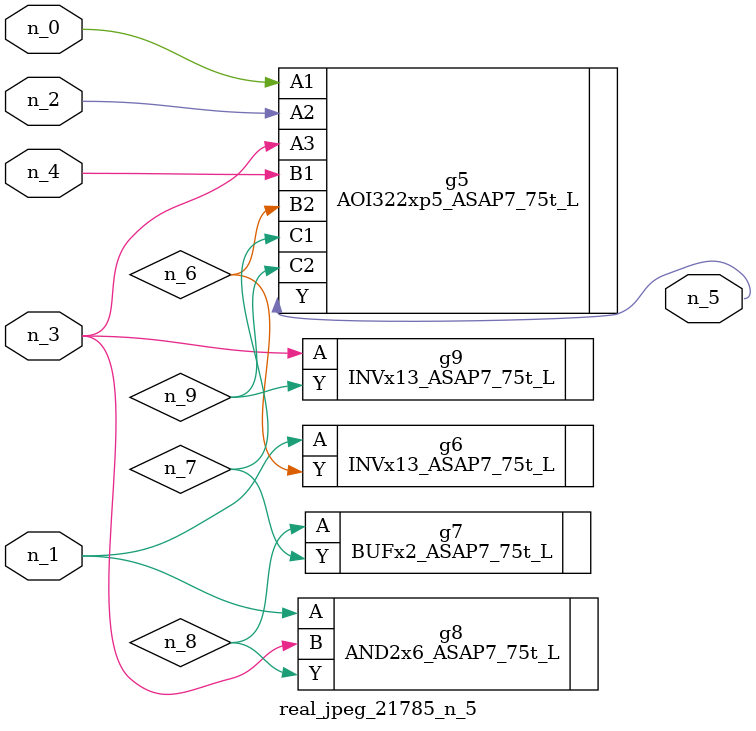
<source format=v>
module real_jpeg_21785_n_5 (n_4, n_0, n_1, n_2, n_3, n_5);

input n_4;
input n_0;
input n_1;
input n_2;
input n_3;

output n_5;

wire n_8;
wire n_6;
wire n_7;
wire n_9;

AOI322xp5_ASAP7_75t_L g5 ( 
.A1(n_0),
.A2(n_2),
.A3(n_3),
.B1(n_4),
.B2(n_6),
.C1(n_7),
.C2(n_9),
.Y(n_5)
);

INVx13_ASAP7_75t_L g6 ( 
.A(n_1),
.Y(n_6)
);

AND2x6_ASAP7_75t_L g8 ( 
.A(n_1),
.B(n_3),
.Y(n_8)
);

INVx13_ASAP7_75t_L g9 ( 
.A(n_3),
.Y(n_9)
);

BUFx2_ASAP7_75t_L g7 ( 
.A(n_8),
.Y(n_7)
);


endmodule
</source>
